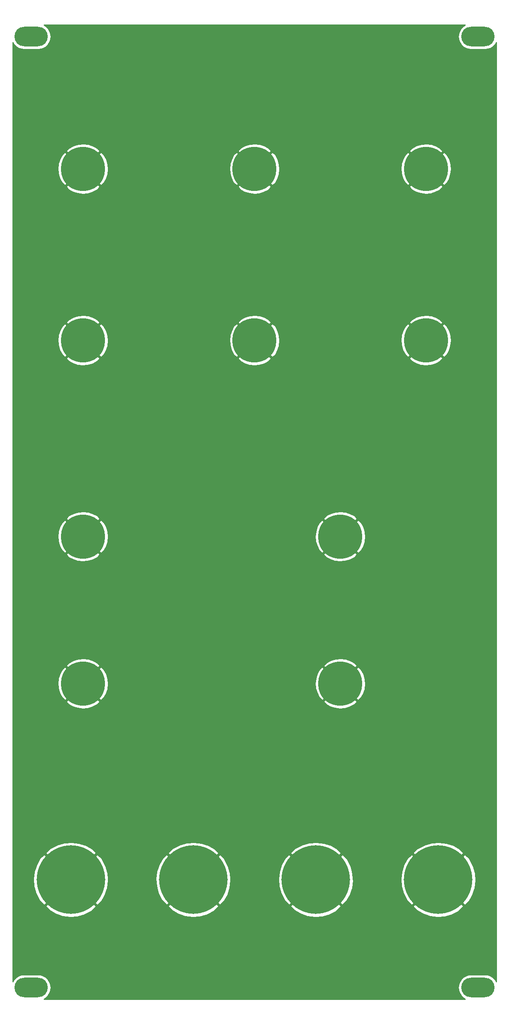
<source format=gbr>
%TF.GenerationSoftware,KiCad,Pcbnew,5.1.6-c6e7f7d~87~ubuntu20.04.1*%
%TF.CreationDate,2020-10-18T19:27:48-04:00*%
%TF.ProjectId,noisebells_panel,6e6f6973-6562-4656-9c6c-735f70616e65,rev?*%
%TF.SameCoordinates,Original*%
%TF.FileFunction,Copper,L1,Top*%
%TF.FilePolarity,Positive*%
%FSLAX46Y46*%
G04 Gerber Fmt 4.6, Leading zero omitted, Abs format (unit mm)*
G04 Created by KiCad (PCBNEW 5.1.6-c6e7f7d~87~ubuntu20.04.1) date 2020-10-18 19:27:48*
%MOMM*%
%LPD*%
G01*
G04 APERTURE LIST*
%TA.AperFunction,ComponentPad*%
%ADD10O,6.800000X4.000000*%
%TD*%
%TA.AperFunction,ComponentPad*%
%ADD11C,9.000000*%
%TD*%
%TA.AperFunction,ComponentPad*%
%ADD12C,14.000000*%
%TD*%
%TA.AperFunction,Conductor*%
%ADD13C,0.254000*%
%TD*%
G04 APERTURE END LIST*
D10*
%TO.P,REF\u002A\u002A,1*%
%TO.N,N/C*%
X145600000Y-197000000D03*
X145600000Y-3000000D03*
%TD*%
%TO.P,REF\u002A\u002A,1*%
%TO.N,N/C*%
X54400000Y-3000000D03*
X54400000Y-197000000D03*
%TD*%
D11*
%TO.P,REF\u002A\u002A,1*%
%TO.N,GND*%
X65000000Y-30000000D03*
%TD*%
%TO.P,REF\u002A\u002A,1*%
%TO.N,GND*%
X117500000Y-105000000D03*
%TD*%
%TO.P,REF\u002A\u002A,1*%
%TO.N,GND*%
X65000000Y-105000000D03*
%TD*%
%TO.P,REF\u002A\u002A,1*%
%TO.N,GND*%
X117500000Y-135000000D03*
%TD*%
%TO.P,REF\u002A\u002A,1*%
%TO.N,GND*%
X65000000Y-135000000D03*
%TD*%
%TO.P,REF\u002A\u002A,1*%
%TO.N,GND*%
X65000000Y-65000000D03*
%TD*%
%TO.P,REF\u002A\u002A,1*%
%TO.N,GND*%
X100000000Y-65000000D03*
%TD*%
%TO.P,REF\u002A\u002A,1*%
%TO.N,GND*%
X135000000Y-65000000D03*
%TD*%
%TO.P,REF\u002A\u002A,1*%
%TO.N,GND*%
X135000000Y-30000000D03*
%TD*%
%TO.P,REF\u002A\u002A,1*%
%TO.N,GND*%
X100000000Y-30000000D03*
%TD*%
D12*
%TO.P,REF\u002A\u002A,1*%
%TO.N,GND*%
X137500000Y-175000000D03*
%TD*%
%TO.P,REF\u002A\u002A,1*%
%TO.N,GND*%
X112500000Y-175000000D03*
%TD*%
%TO.P,REF\u002A\u002A,1*%
%TO.N,GND*%
X87500000Y-175000000D03*
%TD*%
%TO.P,REF\u002A\u002A,1*%
%TO.N,GND*%
X62500000Y-175000000D03*
%TD*%
D13*
%TO.N,GND*%
G36*
X142728989Y-798477D02*
G01*
X142327759Y-1127759D01*
X141998477Y-1528989D01*
X141753799Y-1986750D01*
X141603127Y-2483450D01*
X141552251Y-3000000D01*
X141603127Y-3516550D01*
X141753799Y-4013250D01*
X141998477Y-4471011D01*
X142327759Y-4872241D01*
X142728989Y-5201523D01*
X143186750Y-5446201D01*
X143683450Y-5596873D01*
X144070558Y-5635000D01*
X147129442Y-5635000D01*
X147516550Y-5596873D01*
X148013250Y-5446201D01*
X148471011Y-5201523D01*
X148872241Y-4872241D01*
X149201523Y-4471011D01*
X149340000Y-4211938D01*
X149340001Y-195788063D01*
X149201523Y-195528989D01*
X148872241Y-195127759D01*
X148471011Y-194798477D01*
X148013250Y-194553799D01*
X147516550Y-194403127D01*
X147129442Y-194365000D01*
X144070558Y-194365000D01*
X143683450Y-194403127D01*
X143186750Y-194553799D01*
X142728989Y-194798477D01*
X142327759Y-195127759D01*
X141998477Y-195528989D01*
X141753799Y-195986750D01*
X141603127Y-196483450D01*
X141552251Y-197000000D01*
X141603127Y-197516550D01*
X141753799Y-198013250D01*
X141998477Y-198471011D01*
X142327759Y-198872241D01*
X142728989Y-199201523D01*
X142988062Y-199340000D01*
X57011938Y-199340000D01*
X57271011Y-199201523D01*
X57672241Y-198872241D01*
X58001523Y-198471011D01*
X58246201Y-198013250D01*
X58396873Y-197516550D01*
X58447749Y-197000000D01*
X58396873Y-196483450D01*
X58246201Y-195986750D01*
X58001523Y-195528989D01*
X57672241Y-195127759D01*
X57271011Y-194798477D01*
X56813250Y-194553799D01*
X56316550Y-194403127D01*
X55929442Y-194365000D01*
X52870558Y-194365000D01*
X52483450Y-194403127D01*
X51986750Y-194553799D01*
X51528989Y-194798477D01*
X51127759Y-195127759D01*
X50798477Y-195528989D01*
X50660000Y-195788062D01*
X50660000Y-180401674D01*
X57277932Y-180401674D01*
X58093908Y-181280530D01*
X59403840Y-182019437D01*
X60832756Y-182488591D01*
X62325743Y-182669963D01*
X63825428Y-182556583D01*
X65274176Y-182152807D01*
X66616314Y-181474153D01*
X66906092Y-181280530D01*
X67722068Y-180401674D01*
X82277932Y-180401674D01*
X83093908Y-181280530D01*
X84403840Y-182019437D01*
X85832756Y-182488591D01*
X87325743Y-182669963D01*
X88825428Y-182556583D01*
X90274176Y-182152807D01*
X91616314Y-181474153D01*
X91906092Y-181280530D01*
X92722068Y-180401674D01*
X107277932Y-180401674D01*
X108093908Y-181280530D01*
X109403840Y-182019437D01*
X110832756Y-182488591D01*
X112325743Y-182669963D01*
X113825428Y-182556583D01*
X115274176Y-182152807D01*
X116616314Y-181474153D01*
X116906092Y-181280530D01*
X117722068Y-180401674D01*
X132277932Y-180401674D01*
X133093908Y-181280530D01*
X134403840Y-182019437D01*
X135832756Y-182488591D01*
X137325743Y-182669963D01*
X138825428Y-182556583D01*
X140274176Y-182152807D01*
X141616314Y-181474153D01*
X141906092Y-181280530D01*
X142722068Y-180401674D01*
X137500000Y-175179605D01*
X132277932Y-180401674D01*
X117722068Y-180401674D01*
X112500000Y-175179605D01*
X107277932Y-180401674D01*
X92722068Y-180401674D01*
X87500000Y-175179605D01*
X82277932Y-180401674D01*
X67722068Y-180401674D01*
X62500000Y-175179605D01*
X57277932Y-180401674D01*
X50660000Y-180401674D01*
X50660000Y-174825743D01*
X54830037Y-174825743D01*
X54943417Y-176325428D01*
X55347193Y-177774176D01*
X56025847Y-179116314D01*
X56219470Y-179406092D01*
X57098326Y-180222068D01*
X62320395Y-175000000D01*
X62679605Y-175000000D01*
X67901674Y-180222068D01*
X68780530Y-179406092D01*
X69519437Y-178096160D01*
X69988591Y-176667244D01*
X70169963Y-175174257D01*
X70143615Y-174825743D01*
X79830037Y-174825743D01*
X79943417Y-176325428D01*
X80347193Y-177774176D01*
X81025847Y-179116314D01*
X81219470Y-179406092D01*
X82098326Y-180222068D01*
X87320395Y-175000000D01*
X87679605Y-175000000D01*
X92901674Y-180222068D01*
X93780530Y-179406092D01*
X94519437Y-178096160D01*
X94988591Y-176667244D01*
X95169963Y-175174257D01*
X95143615Y-174825743D01*
X104830037Y-174825743D01*
X104943417Y-176325428D01*
X105347193Y-177774176D01*
X106025847Y-179116314D01*
X106219470Y-179406092D01*
X107098326Y-180222068D01*
X112320395Y-175000000D01*
X112679605Y-175000000D01*
X117901674Y-180222068D01*
X118780530Y-179406092D01*
X119519437Y-178096160D01*
X119988591Y-176667244D01*
X120169963Y-175174257D01*
X120143615Y-174825743D01*
X129830037Y-174825743D01*
X129943417Y-176325428D01*
X130347193Y-177774176D01*
X131025847Y-179116314D01*
X131219470Y-179406092D01*
X132098326Y-180222068D01*
X137320395Y-175000000D01*
X137679605Y-175000000D01*
X142901674Y-180222068D01*
X143780530Y-179406092D01*
X144519437Y-178096160D01*
X144988591Y-176667244D01*
X145169963Y-175174257D01*
X145056583Y-173674572D01*
X144652807Y-172225824D01*
X143974153Y-170883686D01*
X143780530Y-170593908D01*
X142901674Y-169777932D01*
X137679605Y-175000000D01*
X137320395Y-175000000D01*
X132098326Y-169777932D01*
X131219470Y-170593908D01*
X130480563Y-171903840D01*
X130011409Y-173332756D01*
X129830037Y-174825743D01*
X120143615Y-174825743D01*
X120056583Y-173674572D01*
X119652807Y-172225824D01*
X118974153Y-170883686D01*
X118780530Y-170593908D01*
X117901674Y-169777932D01*
X112679605Y-175000000D01*
X112320395Y-175000000D01*
X107098326Y-169777932D01*
X106219470Y-170593908D01*
X105480563Y-171903840D01*
X105011409Y-173332756D01*
X104830037Y-174825743D01*
X95143615Y-174825743D01*
X95056583Y-173674572D01*
X94652807Y-172225824D01*
X93974153Y-170883686D01*
X93780530Y-170593908D01*
X92901674Y-169777932D01*
X87679605Y-175000000D01*
X87320395Y-175000000D01*
X82098326Y-169777932D01*
X81219470Y-170593908D01*
X80480563Y-171903840D01*
X80011409Y-173332756D01*
X79830037Y-174825743D01*
X70143615Y-174825743D01*
X70056583Y-173674572D01*
X69652807Y-172225824D01*
X68974153Y-170883686D01*
X68780530Y-170593908D01*
X67901674Y-169777932D01*
X62679605Y-175000000D01*
X62320395Y-175000000D01*
X57098326Y-169777932D01*
X56219470Y-170593908D01*
X55480563Y-171903840D01*
X55011409Y-173332756D01*
X54830037Y-174825743D01*
X50660000Y-174825743D01*
X50660000Y-169598326D01*
X57277932Y-169598326D01*
X62500000Y-174820395D01*
X67722068Y-169598326D01*
X82277932Y-169598326D01*
X87500000Y-174820395D01*
X92722068Y-169598326D01*
X107277932Y-169598326D01*
X112500000Y-174820395D01*
X117722068Y-169598326D01*
X132277932Y-169598326D01*
X137500000Y-174820395D01*
X142722068Y-169598326D01*
X141906092Y-168719470D01*
X140596160Y-167980563D01*
X139167244Y-167511409D01*
X137674257Y-167330037D01*
X136174572Y-167443417D01*
X134725824Y-167847193D01*
X133383686Y-168525847D01*
X133093908Y-168719470D01*
X132277932Y-169598326D01*
X117722068Y-169598326D01*
X116906092Y-168719470D01*
X115596160Y-167980563D01*
X114167244Y-167511409D01*
X112674257Y-167330037D01*
X111174572Y-167443417D01*
X109725824Y-167847193D01*
X108383686Y-168525847D01*
X108093908Y-168719470D01*
X107277932Y-169598326D01*
X92722068Y-169598326D01*
X91906092Y-168719470D01*
X90596160Y-167980563D01*
X89167244Y-167511409D01*
X87674257Y-167330037D01*
X86174572Y-167443417D01*
X84725824Y-167847193D01*
X83383686Y-168525847D01*
X83093908Y-168719470D01*
X82277932Y-169598326D01*
X67722068Y-169598326D01*
X66906092Y-168719470D01*
X65596160Y-167980563D01*
X64167244Y-167511409D01*
X62674257Y-167330037D01*
X61174572Y-167443417D01*
X59725824Y-167847193D01*
X58383686Y-168525847D01*
X58093908Y-168719470D01*
X57277932Y-169598326D01*
X50660000Y-169598326D01*
X50660000Y-138624971D01*
X61554634Y-138624971D01*
X62070783Y-139247788D01*
X62955768Y-139737630D01*
X63919314Y-140045407D01*
X64924389Y-140159293D01*
X65932370Y-140074910D01*
X66904520Y-139795501D01*
X67803481Y-139331803D01*
X67929217Y-139247788D01*
X68445366Y-138624971D01*
X114054634Y-138624971D01*
X114570783Y-139247788D01*
X115455768Y-139737630D01*
X116419314Y-140045407D01*
X117424389Y-140159293D01*
X118432370Y-140074910D01*
X119404520Y-139795501D01*
X120303481Y-139331803D01*
X120429217Y-139247788D01*
X120945366Y-138624971D01*
X117500000Y-135179605D01*
X114054634Y-138624971D01*
X68445366Y-138624971D01*
X65000000Y-135179605D01*
X61554634Y-138624971D01*
X50660000Y-138624971D01*
X50660000Y-134924389D01*
X59840707Y-134924389D01*
X59925090Y-135932370D01*
X60204499Y-136904520D01*
X60668197Y-137803481D01*
X60752212Y-137929217D01*
X61375029Y-138445366D01*
X64820395Y-135000000D01*
X65179605Y-135000000D01*
X68624971Y-138445366D01*
X69247788Y-137929217D01*
X69737630Y-137044232D01*
X70045407Y-136080686D01*
X70159293Y-135075611D01*
X70146634Y-134924389D01*
X112340707Y-134924389D01*
X112425090Y-135932370D01*
X112704499Y-136904520D01*
X113168197Y-137803481D01*
X113252212Y-137929217D01*
X113875029Y-138445366D01*
X117320395Y-135000000D01*
X117679605Y-135000000D01*
X121124971Y-138445366D01*
X121747788Y-137929217D01*
X122237630Y-137044232D01*
X122545407Y-136080686D01*
X122659293Y-135075611D01*
X122574910Y-134067630D01*
X122295501Y-133095480D01*
X121831803Y-132196519D01*
X121747788Y-132070783D01*
X121124971Y-131554634D01*
X117679605Y-135000000D01*
X117320395Y-135000000D01*
X113875029Y-131554634D01*
X113252212Y-132070783D01*
X112762370Y-132955768D01*
X112454593Y-133919314D01*
X112340707Y-134924389D01*
X70146634Y-134924389D01*
X70074910Y-134067630D01*
X69795501Y-133095480D01*
X69331803Y-132196519D01*
X69247788Y-132070783D01*
X68624971Y-131554634D01*
X65179605Y-135000000D01*
X64820395Y-135000000D01*
X61375029Y-131554634D01*
X60752212Y-132070783D01*
X60262370Y-132955768D01*
X59954593Y-133919314D01*
X59840707Y-134924389D01*
X50660000Y-134924389D01*
X50660000Y-131375029D01*
X61554634Y-131375029D01*
X65000000Y-134820395D01*
X68445366Y-131375029D01*
X114054634Y-131375029D01*
X117500000Y-134820395D01*
X120945366Y-131375029D01*
X120429217Y-130752212D01*
X119544232Y-130262370D01*
X118580686Y-129954593D01*
X117575611Y-129840707D01*
X116567630Y-129925090D01*
X115595480Y-130204499D01*
X114696519Y-130668197D01*
X114570783Y-130752212D01*
X114054634Y-131375029D01*
X68445366Y-131375029D01*
X67929217Y-130752212D01*
X67044232Y-130262370D01*
X66080686Y-129954593D01*
X65075611Y-129840707D01*
X64067630Y-129925090D01*
X63095480Y-130204499D01*
X62196519Y-130668197D01*
X62070783Y-130752212D01*
X61554634Y-131375029D01*
X50660000Y-131375029D01*
X50660000Y-108624971D01*
X61554634Y-108624971D01*
X62070783Y-109247788D01*
X62955768Y-109737630D01*
X63919314Y-110045407D01*
X64924389Y-110159293D01*
X65932370Y-110074910D01*
X66904520Y-109795501D01*
X67803481Y-109331803D01*
X67929217Y-109247788D01*
X68445366Y-108624971D01*
X114054634Y-108624971D01*
X114570783Y-109247788D01*
X115455768Y-109737630D01*
X116419314Y-110045407D01*
X117424389Y-110159293D01*
X118432370Y-110074910D01*
X119404520Y-109795501D01*
X120303481Y-109331803D01*
X120429217Y-109247788D01*
X120945366Y-108624971D01*
X117500000Y-105179605D01*
X114054634Y-108624971D01*
X68445366Y-108624971D01*
X65000000Y-105179605D01*
X61554634Y-108624971D01*
X50660000Y-108624971D01*
X50660000Y-104924389D01*
X59840707Y-104924389D01*
X59925090Y-105932370D01*
X60204499Y-106904520D01*
X60668197Y-107803481D01*
X60752212Y-107929217D01*
X61375029Y-108445366D01*
X64820395Y-105000000D01*
X65179605Y-105000000D01*
X68624971Y-108445366D01*
X69247788Y-107929217D01*
X69737630Y-107044232D01*
X70045407Y-106080686D01*
X70159293Y-105075611D01*
X70146634Y-104924389D01*
X112340707Y-104924389D01*
X112425090Y-105932370D01*
X112704499Y-106904520D01*
X113168197Y-107803481D01*
X113252212Y-107929217D01*
X113875029Y-108445366D01*
X117320395Y-105000000D01*
X117679605Y-105000000D01*
X121124971Y-108445366D01*
X121747788Y-107929217D01*
X122237630Y-107044232D01*
X122545407Y-106080686D01*
X122659293Y-105075611D01*
X122574910Y-104067630D01*
X122295501Y-103095480D01*
X121831803Y-102196519D01*
X121747788Y-102070783D01*
X121124971Y-101554634D01*
X117679605Y-105000000D01*
X117320395Y-105000000D01*
X113875029Y-101554634D01*
X113252212Y-102070783D01*
X112762370Y-102955768D01*
X112454593Y-103919314D01*
X112340707Y-104924389D01*
X70146634Y-104924389D01*
X70074910Y-104067630D01*
X69795501Y-103095480D01*
X69331803Y-102196519D01*
X69247788Y-102070783D01*
X68624971Y-101554634D01*
X65179605Y-105000000D01*
X64820395Y-105000000D01*
X61375029Y-101554634D01*
X60752212Y-102070783D01*
X60262370Y-102955768D01*
X59954593Y-103919314D01*
X59840707Y-104924389D01*
X50660000Y-104924389D01*
X50660000Y-101375029D01*
X61554634Y-101375029D01*
X65000000Y-104820395D01*
X68445366Y-101375029D01*
X114054634Y-101375029D01*
X117500000Y-104820395D01*
X120945366Y-101375029D01*
X120429217Y-100752212D01*
X119544232Y-100262370D01*
X118580686Y-99954593D01*
X117575611Y-99840707D01*
X116567630Y-99925090D01*
X115595480Y-100204499D01*
X114696519Y-100668197D01*
X114570783Y-100752212D01*
X114054634Y-101375029D01*
X68445366Y-101375029D01*
X67929217Y-100752212D01*
X67044232Y-100262370D01*
X66080686Y-99954593D01*
X65075611Y-99840707D01*
X64067630Y-99925090D01*
X63095480Y-100204499D01*
X62196519Y-100668197D01*
X62070783Y-100752212D01*
X61554634Y-101375029D01*
X50660000Y-101375029D01*
X50660000Y-68624971D01*
X61554634Y-68624971D01*
X62070783Y-69247788D01*
X62955768Y-69737630D01*
X63919314Y-70045407D01*
X64924389Y-70159293D01*
X65932370Y-70074910D01*
X66904520Y-69795501D01*
X67803481Y-69331803D01*
X67929217Y-69247788D01*
X68445366Y-68624971D01*
X96554634Y-68624971D01*
X97070783Y-69247788D01*
X97955768Y-69737630D01*
X98919314Y-70045407D01*
X99924389Y-70159293D01*
X100932370Y-70074910D01*
X101904520Y-69795501D01*
X102803481Y-69331803D01*
X102929217Y-69247788D01*
X103445366Y-68624971D01*
X131554634Y-68624971D01*
X132070783Y-69247788D01*
X132955768Y-69737630D01*
X133919314Y-70045407D01*
X134924389Y-70159293D01*
X135932370Y-70074910D01*
X136904520Y-69795501D01*
X137803481Y-69331803D01*
X137929217Y-69247788D01*
X138445366Y-68624971D01*
X135000000Y-65179605D01*
X131554634Y-68624971D01*
X103445366Y-68624971D01*
X100000000Y-65179605D01*
X96554634Y-68624971D01*
X68445366Y-68624971D01*
X65000000Y-65179605D01*
X61554634Y-68624971D01*
X50660000Y-68624971D01*
X50660000Y-64924389D01*
X59840707Y-64924389D01*
X59925090Y-65932370D01*
X60204499Y-66904520D01*
X60668197Y-67803481D01*
X60752212Y-67929217D01*
X61375029Y-68445366D01*
X64820395Y-65000000D01*
X65179605Y-65000000D01*
X68624971Y-68445366D01*
X69247788Y-67929217D01*
X69737630Y-67044232D01*
X70045407Y-66080686D01*
X70159293Y-65075611D01*
X70146634Y-64924389D01*
X94840707Y-64924389D01*
X94925090Y-65932370D01*
X95204499Y-66904520D01*
X95668197Y-67803481D01*
X95752212Y-67929217D01*
X96375029Y-68445366D01*
X99820395Y-65000000D01*
X100179605Y-65000000D01*
X103624971Y-68445366D01*
X104247788Y-67929217D01*
X104737630Y-67044232D01*
X105045407Y-66080686D01*
X105159293Y-65075611D01*
X105146634Y-64924389D01*
X129840707Y-64924389D01*
X129925090Y-65932370D01*
X130204499Y-66904520D01*
X130668197Y-67803481D01*
X130752212Y-67929217D01*
X131375029Y-68445366D01*
X134820395Y-65000000D01*
X135179605Y-65000000D01*
X138624971Y-68445366D01*
X139247788Y-67929217D01*
X139737630Y-67044232D01*
X140045407Y-66080686D01*
X140159293Y-65075611D01*
X140074910Y-64067630D01*
X139795501Y-63095480D01*
X139331803Y-62196519D01*
X139247788Y-62070783D01*
X138624971Y-61554634D01*
X135179605Y-65000000D01*
X134820395Y-65000000D01*
X131375029Y-61554634D01*
X130752212Y-62070783D01*
X130262370Y-62955768D01*
X129954593Y-63919314D01*
X129840707Y-64924389D01*
X105146634Y-64924389D01*
X105074910Y-64067630D01*
X104795501Y-63095480D01*
X104331803Y-62196519D01*
X104247788Y-62070783D01*
X103624971Y-61554634D01*
X100179605Y-65000000D01*
X99820395Y-65000000D01*
X96375029Y-61554634D01*
X95752212Y-62070783D01*
X95262370Y-62955768D01*
X94954593Y-63919314D01*
X94840707Y-64924389D01*
X70146634Y-64924389D01*
X70074910Y-64067630D01*
X69795501Y-63095480D01*
X69331803Y-62196519D01*
X69247788Y-62070783D01*
X68624971Y-61554634D01*
X65179605Y-65000000D01*
X64820395Y-65000000D01*
X61375029Y-61554634D01*
X60752212Y-62070783D01*
X60262370Y-62955768D01*
X59954593Y-63919314D01*
X59840707Y-64924389D01*
X50660000Y-64924389D01*
X50660000Y-61375029D01*
X61554634Y-61375029D01*
X65000000Y-64820395D01*
X68445366Y-61375029D01*
X96554634Y-61375029D01*
X100000000Y-64820395D01*
X103445366Y-61375029D01*
X131554634Y-61375029D01*
X135000000Y-64820395D01*
X138445366Y-61375029D01*
X137929217Y-60752212D01*
X137044232Y-60262370D01*
X136080686Y-59954593D01*
X135075611Y-59840707D01*
X134067630Y-59925090D01*
X133095480Y-60204499D01*
X132196519Y-60668197D01*
X132070783Y-60752212D01*
X131554634Y-61375029D01*
X103445366Y-61375029D01*
X102929217Y-60752212D01*
X102044232Y-60262370D01*
X101080686Y-59954593D01*
X100075611Y-59840707D01*
X99067630Y-59925090D01*
X98095480Y-60204499D01*
X97196519Y-60668197D01*
X97070783Y-60752212D01*
X96554634Y-61375029D01*
X68445366Y-61375029D01*
X67929217Y-60752212D01*
X67044232Y-60262370D01*
X66080686Y-59954593D01*
X65075611Y-59840707D01*
X64067630Y-59925090D01*
X63095480Y-60204499D01*
X62196519Y-60668197D01*
X62070783Y-60752212D01*
X61554634Y-61375029D01*
X50660000Y-61375029D01*
X50660000Y-33624971D01*
X61554634Y-33624971D01*
X62070783Y-34247788D01*
X62955768Y-34737630D01*
X63919314Y-35045407D01*
X64924389Y-35159293D01*
X65932370Y-35074910D01*
X66904520Y-34795501D01*
X67803481Y-34331803D01*
X67929217Y-34247788D01*
X68445366Y-33624971D01*
X96554634Y-33624971D01*
X97070783Y-34247788D01*
X97955768Y-34737630D01*
X98919314Y-35045407D01*
X99924389Y-35159293D01*
X100932370Y-35074910D01*
X101904520Y-34795501D01*
X102803481Y-34331803D01*
X102929217Y-34247788D01*
X103445366Y-33624971D01*
X131554634Y-33624971D01*
X132070783Y-34247788D01*
X132955768Y-34737630D01*
X133919314Y-35045407D01*
X134924389Y-35159293D01*
X135932370Y-35074910D01*
X136904520Y-34795501D01*
X137803481Y-34331803D01*
X137929217Y-34247788D01*
X138445366Y-33624971D01*
X135000000Y-30179605D01*
X131554634Y-33624971D01*
X103445366Y-33624971D01*
X100000000Y-30179605D01*
X96554634Y-33624971D01*
X68445366Y-33624971D01*
X65000000Y-30179605D01*
X61554634Y-33624971D01*
X50660000Y-33624971D01*
X50660000Y-29924389D01*
X59840707Y-29924389D01*
X59925090Y-30932370D01*
X60204499Y-31904520D01*
X60668197Y-32803481D01*
X60752212Y-32929217D01*
X61375029Y-33445366D01*
X64820395Y-30000000D01*
X65179605Y-30000000D01*
X68624971Y-33445366D01*
X69247788Y-32929217D01*
X69737630Y-32044232D01*
X70045407Y-31080686D01*
X70159293Y-30075611D01*
X70146634Y-29924389D01*
X94840707Y-29924389D01*
X94925090Y-30932370D01*
X95204499Y-31904520D01*
X95668197Y-32803481D01*
X95752212Y-32929217D01*
X96375029Y-33445366D01*
X99820395Y-30000000D01*
X100179605Y-30000000D01*
X103624971Y-33445366D01*
X104247788Y-32929217D01*
X104737630Y-32044232D01*
X105045407Y-31080686D01*
X105159293Y-30075611D01*
X105146634Y-29924389D01*
X129840707Y-29924389D01*
X129925090Y-30932370D01*
X130204499Y-31904520D01*
X130668197Y-32803481D01*
X130752212Y-32929217D01*
X131375029Y-33445366D01*
X134820395Y-30000000D01*
X135179605Y-30000000D01*
X138624971Y-33445366D01*
X139247788Y-32929217D01*
X139737630Y-32044232D01*
X140045407Y-31080686D01*
X140159293Y-30075611D01*
X140074910Y-29067630D01*
X139795501Y-28095480D01*
X139331803Y-27196519D01*
X139247788Y-27070783D01*
X138624971Y-26554634D01*
X135179605Y-30000000D01*
X134820395Y-30000000D01*
X131375029Y-26554634D01*
X130752212Y-27070783D01*
X130262370Y-27955768D01*
X129954593Y-28919314D01*
X129840707Y-29924389D01*
X105146634Y-29924389D01*
X105074910Y-29067630D01*
X104795501Y-28095480D01*
X104331803Y-27196519D01*
X104247788Y-27070783D01*
X103624971Y-26554634D01*
X100179605Y-30000000D01*
X99820395Y-30000000D01*
X96375029Y-26554634D01*
X95752212Y-27070783D01*
X95262370Y-27955768D01*
X94954593Y-28919314D01*
X94840707Y-29924389D01*
X70146634Y-29924389D01*
X70074910Y-29067630D01*
X69795501Y-28095480D01*
X69331803Y-27196519D01*
X69247788Y-27070783D01*
X68624971Y-26554634D01*
X65179605Y-30000000D01*
X64820395Y-30000000D01*
X61375029Y-26554634D01*
X60752212Y-27070783D01*
X60262370Y-27955768D01*
X59954593Y-28919314D01*
X59840707Y-29924389D01*
X50660000Y-29924389D01*
X50660000Y-26375029D01*
X61554634Y-26375029D01*
X65000000Y-29820395D01*
X68445366Y-26375029D01*
X96554634Y-26375029D01*
X100000000Y-29820395D01*
X103445366Y-26375029D01*
X131554634Y-26375029D01*
X135000000Y-29820395D01*
X138445366Y-26375029D01*
X137929217Y-25752212D01*
X137044232Y-25262370D01*
X136080686Y-24954593D01*
X135075611Y-24840707D01*
X134067630Y-24925090D01*
X133095480Y-25204499D01*
X132196519Y-25668197D01*
X132070783Y-25752212D01*
X131554634Y-26375029D01*
X103445366Y-26375029D01*
X102929217Y-25752212D01*
X102044232Y-25262370D01*
X101080686Y-24954593D01*
X100075611Y-24840707D01*
X99067630Y-24925090D01*
X98095480Y-25204499D01*
X97196519Y-25668197D01*
X97070783Y-25752212D01*
X96554634Y-26375029D01*
X68445366Y-26375029D01*
X67929217Y-25752212D01*
X67044232Y-25262370D01*
X66080686Y-24954593D01*
X65075611Y-24840707D01*
X64067630Y-24925090D01*
X63095480Y-25204499D01*
X62196519Y-25668197D01*
X62070783Y-25752212D01*
X61554634Y-26375029D01*
X50660000Y-26375029D01*
X50660000Y-4211938D01*
X50798477Y-4471011D01*
X51127759Y-4872241D01*
X51528989Y-5201523D01*
X51986750Y-5446201D01*
X52483450Y-5596873D01*
X52870558Y-5635000D01*
X55929442Y-5635000D01*
X56316550Y-5596873D01*
X56813250Y-5446201D01*
X57271011Y-5201523D01*
X57672241Y-4872241D01*
X58001523Y-4471011D01*
X58246201Y-4013250D01*
X58396873Y-3516550D01*
X58447749Y-3000000D01*
X58396873Y-2483450D01*
X58246201Y-1986750D01*
X58001523Y-1528989D01*
X57672241Y-1127759D01*
X57271011Y-798477D01*
X57011938Y-660000D01*
X142988062Y-660000D01*
X142728989Y-798477D01*
G37*
X142728989Y-798477D02*
X142327759Y-1127759D01*
X141998477Y-1528989D01*
X141753799Y-1986750D01*
X141603127Y-2483450D01*
X141552251Y-3000000D01*
X141603127Y-3516550D01*
X141753799Y-4013250D01*
X141998477Y-4471011D01*
X142327759Y-4872241D01*
X142728989Y-5201523D01*
X143186750Y-5446201D01*
X143683450Y-5596873D01*
X144070558Y-5635000D01*
X147129442Y-5635000D01*
X147516550Y-5596873D01*
X148013250Y-5446201D01*
X148471011Y-5201523D01*
X148872241Y-4872241D01*
X149201523Y-4471011D01*
X149340000Y-4211938D01*
X149340001Y-195788063D01*
X149201523Y-195528989D01*
X148872241Y-195127759D01*
X148471011Y-194798477D01*
X148013250Y-194553799D01*
X147516550Y-194403127D01*
X147129442Y-194365000D01*
X144070558Y-194365000D01*
X143683450Y-194403127D01*
X143186750Y-194553799D01*
X142728989Y-194798477D01*
X142327759Y-195127759D01*
X141998477Y-195528989D01*
X141753799Y-195986750D01*
X141603127Y-196483450D01*
X141552251Y-197000000D01*
X141603127Y-197516550D01*
X141753799Y-198013250D01*
X141998477Y-198471011D01*
X142327759Y-198872241D01*
X142728989Y-199201523D01*
X142988062Y-199340000D01*
X57011938Y-199340000D01*
X57271011Y-199201523D01*
X57672241Y-198872241D01*
X58001523Y-198471011D01*
X58246201Y-198013250D01*
X58396873Y-197516550D01*
X58447749Y-197000000D01*
X58396873Y-196483450D01*
X58246201Y-195986750D01*
X58001523Y-195528989D01*
X57672241Y-195127759D01*
X57271011Y-194798477D01*
X56813250Y-194553799D01*
X56316550Y-194403127D01*
X55929442Y-194365000D01*
X52870558Y-194365000D01*
X52483450Y-194403127D01*
X51986750Y-194553799D01*
X51528989Y-194798477D01*
X51127759Y-195127759D01*
X50798477Y-195528989D01*
X50660000Y-195788062D01*
X50660000Y-180401674D01*
X57277932Y-180401674D01*
X58093908Y-181280530D01*
X59403840Y-182019437D01*
X60832756Y-182488591D01*
X62325743Y-182669963D01*
X63825428Y-182556583D01*
X65274176Y-182152807D01*
X66616314Y-181474153D01*
X66906092Y-181280530D01*
X67722068Y-180401674D01*
X82277932Y-180401674D01*
X83093908Y-181280530D01*
X84403840Y-182019437D01*
X85832756Y-182488591D01*
X87325743Y-182669963D01*
X88825428Y-182556583D01*
X90274176Y-182152807D01*
X91616314Y-181474153D01*
X91906092Y-181280530D01*
X92722068Y-180401674D01*
X107277932Y-180401674D01*
X108093908Y-181280530D01*
X109403840Y-182019437D01*
X110832756Y-182488591D01*
X112325743Y-182669963D01*
X113825428Y-182556583D01*
X115274176Y-182152807D01*
X116616314Y-181474153D01*
X116906092Y-181280530D01*
X117722068Y-180401674D01*
X132277932Y-180401674D01*
X133093908Y-181280530D01*
X134403840Y-182019437D01*
X135832756Y-182488591D01*
X137325743Y-182669963D01*
X138825428Y-182556583D01*
X140274176Y-182152807D01*
X141616314Y-181474153D01*
X141906092Y-181280530D01*
X142722068Y-180401674D01*
X137500000Y-175179605D01*
X132277932Y-180401674D01*
X117722068Y-180401674D01*
X112500000Y-175179605D01*
X107277932Y-180401674D01*
X92722068Y-180401674D01*
X87500000Y-175179605D01*
X82277932Y-180401674D01*
X67722068Y-180401674D01*
X62500000Y-175179605D01*
X57277932Y-180401674D01*
X50660000Y-180401674D01*
X50660000Y-174825743D01*
X54830037Y-174825743D01*
X54943417Y-176325428D01*
X55347193Y-177774176D01*
X56025847Y-179116314D01*
X56219470Y-179406092D01*
X57098326Y-180222068D01*
X62320395Y-175000000D01*
X62679605Y-175000000D01*
X67901674Y-180222068D01*
X68780530Y-179406092D01*
X69519437Y-178096160D01*
X69988591Y-176667244D01*
X70169963Y-175174257D01*
X70143615Y-174825743D01*
X79830037Y-174825743D01*
X79943417Y-176325428D01*
X80347193Y-177774176D01*
X81025847Y-179116314D01*
X81219470Y-179406092D01*
X82098326Y-180222068D01*
X87320395Y-175000000D01*
X87679605Y-175000000D01*
X92901674Y-180222068D01*
X93780530Y-179406092D01*
X94519437Y-178096160D01*
X94988591Y-176667244D01*
X95169963Y-175174257D01*
X95143615Y-174825743D01*
X104830037Y-174825743D01*
X104943417Y-176325428D01*
X105347193Y-177774176D01*
X106025847Y-179116314D01*
X106219470Y-179406092D01*
X107098326Y-180222068D01*
X112320395Y-175000000D01*
X112679605Y-175000000D01*
X117901674Y-180222068D01*
X118780530Y-179406092D01*
X119519437Y-178096160D01*
X119988591Y-176667244D01*
X120169963Y-175174257D01*
X120143615Y-174825743D01*
X129830037Y-174825743D01*
X129943417Y-176325428D01*
X130347193Y-177774176D01*
X131025847Y-179116314D01*
X131219470Y-179406092D01*
X132098326Y-180222068D01*
X137320395Y-175000000D01*
X137679605Y-175000000D01*
X142901674Y-180222068D01*
X143780530Y-179406092D01*
X144519437Y-178096160D01*
X144988591Y-176667244D01*
X145169963Y-175174257D01*
X145056583Y-173674572D01*
X144652807Y-172225824D01*
X143974153Y-170883686D01*
X143780530Y-170593908D01*
X142901674Y-169777932D01*
X137679605Y-175000000D01*
X137320395Y-175000000D01*
X132098326Y-169777932D01*
X131219470Y-170593908D01*
X130480563Y-171903840D01*
X130011409Y-173332756D01*
X129830037Y-174825743D01*
X120143615Y-174825743D01*
X120056583Y-173674572D01*
X119652807Y-172225824D01*
X118974153Y-170883686D01*
X118780530Y-170593908D01*
X117901674Y-169777932D01*
X112679605Y-175000000D01*
X112320395Y-175000000D01*
X107098326Y-169777932D01*
X106219470Y-170593908D01*
X105480563Y-171903840D01*
X105011409Y-173332756D01*
X104830037Y-174825743D01*
X95143615Y-174825743D01*
X95056583Y-173674572D01*
X94652807Y-172225824D01*
X93974153Y-170883686D01*
X93780530Y-170593908D01*
X92901674Y-169777932D01*
X87679605Y-175000000D01*
X87320395Y-175000000D01*
X82098326Y-169777932D01*
X81219470Y-170593908D01*
X80480563Y-171903840D01*
X80011409Y-173332756D01*
X79830037Y-174825743D01*
X70143615Y-174825743D01*
X70056583Y-173674572D01*
X69652807Y-172225824D01*
X68974153Y-170883686D01*
X68780530Y-170593908D01*
X67901674Y-169777932D01*
X62679605Y-175000000D01*
X62320395Y-175000000D01*
X57098326Y-169777932D01*
X56219470Y-170593908D01*
X55480563Y-171903840D01*
X55011409Y-173332756D01*
X54830037Y-174825743D01*
X50660000Y-174825743D01*
X50660000Y-169598326D01*
X57277932Y-169598326D01*
X62500000Y-174820395D01*
X67722068Y-169598326D01*
X82277932Y-169598326D01*
X87500000Y-174820395D01*
X92722068Y-169598326D01*
X107277932Y-169598326D01*
X112500000Y-174820395D01*
X117722068Y-169598326D01*
X132277932Y-169598326D01*
X137500000Y-174820395D01*
X142722068Y-169598326D01*
X141906092Y-168719470D01*
X140596160Y-167980563D01*
X139167244Y-167511409D01*
X137674257Y-167330037D01*
X136174572Y-167443417D01*
X134725824Y-167847193D01*
X133383686Y-168525847D01*
X133093908Y-168719470D01*
X132277932Y-169598326D01*
X117722068Y-169598326D01*
X116906092Y-168719470D01*
X115596160Y-167980563D01*
X114167244Y-167511409D01*
X112674257Y-167330037D01*
X111174572Y-167443417D01*
X109725824Y-167847193D01*
X108383686Y-168525847D01*
X108093908Y-168719470D01*
X107277932Y-169598326D01*
X92722068Y-169598326D01*
X91906092Y-168719470D01*
X90596160Y-167980563D01*
X89167244Y-167511409D01*
X87674257Y-167330037D01*
X86174572Y-167443417D01*
X84725824Y-167847193D01*
X83383686Y-168525847D01*
X83093908Y-168719470D01*
X82277932Y-169598326D01*
X67722068Y-169598326D01*
X66906092Y-168719470D01*
X65596160Y-167980563D01*
X64167244Y-167511409D01*
X62674257Y-167330037D01*
X61174572Y-167443417D01*
X59725824Y-167847193D01*
X58383686Y-168525847D01*
X58093908Y-168719470D01*
X57277932Y-169598326D01*
X50660000Y-169598326D01*
X50660000Y-138624971D01*
X61554634Y-138624971D01*
X62070783Y-139247788D01*
X62955768Y-139737630D01*
X63919314Y-140045407D01*
X64924389Y-140159293D01*
X65932370Y-140074910D01*
X66904520Y-139795501D01*
X67803481Y-139331803D01*
X67929217Y-139247788D01*
X68445366Y-138624971D01*
X114054634Y-138624971D01*
X114570783Y-139247788D01*
X115455768Y-139737630D01*
X116419314Y-140045407D01*
X117424389Y-140159293D01*
X118432370Y-140074910D01*
X119404520Y-139795501D01*
X120303481Y-139331803D01*
X120429217Y-139247788D01*
X120945366Y-138624971D01*
X117500000Y-135179605D01*
X114054634Y-138624971D01*
X68445366Y-138624971D01*
X65000000Y-135179605D01*
X61554634Y-138624971D01*
X50660000Y-138624971D01*
X50660000Y-134924389D01*
X59840707Y-134924389D01*
X59925090Y-135932370D01*
X60204499Y-136904520D01*
X60668197Y-137803481D01*
X60752212Y-137929217D01*
X61375029Y-138445366D01*
X64820395Y-135000000D01*
X65179605Y-135000000D01*
X68624971Y-138445366D01*
X69247788Y-137929217D01*
X69737630Y-137044232D01*
X70045407Y-136080686D01*
X70159293Y-135075611D01*
X70146634Y-134924389D01*
X112340707Y-134924389D01*
X112425090Y-135932370D01*
X112704499Y-136904520D01*
X113168197Y-137803481D01*
X113252212Y-137929217D01*
X113875029Y-138445366D01*
X117320395Y-135000000D01*
X117679605Y-135000000D01*
X121124971Y-138445366D01*
X121747788Y-137929217D01*
X122237630Y-137044232D01*
X122545407Y-136080686D01*
X122659293Y-135075611D01*
X122574910Y-134067630D01*
X122295501Y-133095480D01*
X121831803Y-132196519D01*
X121747788Y-132070783D01*
X121124971Y-131554634D01*
X117679605Y-135000000D01*
X117320395Y-135000000D01*
X113875029Y-131554634D01*
X113252212Y-132070783D01*
X112762370Y-132955768D01*
X112454593Y-133919314D01*
X112340707Y-134924389D01*
X70146634Y-134924389D01*
X70074910Y-134067630D01*
X69795501Y-133095480D01*
X69331803Y-132196519D01*
X69247788Y-132070783D01*
X68624971Y-131554634D01*
X65179605Y-135000000D01*
X64820395Y-135000000D01*
X61375029Y-131554634D01*
X60752212Y-132070783D01*
X60262370Y-132955768D01*
X59954593Y-133919314D01*
X59840707Y-134924389D01*
X50660000Y-134924389D01*
X50660000Y-131375029D01*
X61554634Y-131375029D01*
X65000000Y-134820395D01*
X68445366Y-131375029D01*
X114054634Y-131375029D01*
X117500000Y-134820395D01*
X120945366Y-131375029D01*
X120429217Y-130752212D01*
X119544232Y-130262370D01*
X118580686Y-129954593D01*
X117575611Y-129840707D01*
X116567630Y-129925090D01*
X115595480Y-130204499D01*
X114696519Y-130668197D01*
X114570783Y-130752212D01*
X114054634Y-131375029D01*
X68445366Y-131375029D01*
X67929217Y-130752212D01*
X67044232Y-130262370D01*
X66080686Y-129954593D01*
X65075611Y-129840707D01*
X64067630Y-129925090D01*
X63095480Y-130204499D01*
X62196519Y-130668197D01*
X62070783Y-130752212D01*
X61554634Y-131375029D01*
X50660000Y-131375029D01*
X50660000Y-108624971D01*
X61554634Y-108624971D01*
X62070783Y-109247788D01*
X62955768Y-109737630D01*
X63919314Y-110045407D01*
X64924389Y-110159293D01*
X65932370Y-110074910D01*
X66904520Y-109795501D01*
X67803481Y-109331803D01*
X67929217Y-109247788D01*
X68445366Y-108624971D01*
X114054634Y-108624971D01*
X114570783Y-109247788D01*
X115455768Y-109737630D01*
X116419314Y-110045407D01*
X117424389Y-110159293D01*
X118432370Y-110074910D01*
X119404520Y-109795501D01*
X120303481Y-109331803D01*
X120429217Y-109247788D01*
X120945366Y-108624971D01*
X117500000Y-105179605D01*
X114054634Y-108624971D01*
X68445366Y-108624971D01*
X65000000Y-105179605D01*
X61554634Y-108624971D01*
X50660000Y-108624971D01*
X50660000Y-104924389D01*
X59840707Y-104924389D01*
X59925090Y-105932370D01*
X60204499Y-106904520D01*
X60668197Y-107803481D01*
X60752212Y-107929217D01*
X61375029Y-108445366D01*
X64820395Y-105000000D01*
X65179605Y-105000000D01*
X68624971Y-108445366D01*
X69247788Y-107929217D01*
X69737630Y-107044232D01*
X70045407Y-106080686D01*
X70159293Y-105075611D01*
X70146634Y-104924389D01*
X112340707Y-104924389D01*
X112425090Y-105932370D01*
X112704499Y-106904520D01*
X113168197Y-107803481D01*
X113252212Y-107929217D01*
X113875029Y-108445366D01*
X117320395Y-105000000D01*
X117679605Y-105000000D01*
X121124971Y-108445366D01*
X121747788Y-107929217D01*
X122237630Y-107044232D01*
X122545407Y-106080686D01*
X122659293Y-105075611D01*
X122574910Y-104067630D01*
X122295501Y-103095480D01*
X121831803Y-102196519D01*
X121747788Y-102070783D01*
X121124971Y-101554634D01*
X117679605Y-105000000D01*
X117320395Y-105000000D01*
X113875029Y-101554634D01*
X113252212Y-102070783D01*
X112762370Y-102955768D01*
X112454593Y-103919314D01*
X112340707Y-104924389D01*
X70146634Y-104924389D01*
X70074910Y-104067630D01*
X69795501Y-103095480D01*
X69331803Y-102196519D01*
X69247788Y-102070783D01*
X68624971Y-101554634D01*
X65179605Y-105000000D01*
X64820395Y-105000000D01*
X61375029Y-101554634D01*
X60752212Y-102070783D01*
X60262370Y-102955768D01*
X59954593Y-103919314D01*
X59840707Y-104924389D01*
X50660000Y-104924389D01*
X50660000Y-101375029D01*
X61554634Y-101375029D01*
X65000000Y-104820395D01*
X68445366Y-101375029D01*
X114054634Y-101375029D01*
X117500000Y-104820395D01*
X120945366Y-101375029D01*
X120429217Y-100752212D01*
X119544232Y-100262370D01*
X118580686Y-99954593D01*
X117575611Y-99840707D01*
X116567630Y-99925090D01*
X115595480Y-100204499D01*
X114696519Y-100668197D01*
X114570783Y-100752212D01*
X114054634Y-101375029D01*
X68445366Y-101375029D01*
X67929217Y-100752212D01*
X67044232Y-100262370D01*
X66080686Y-99954593D01*
X65075611Y-99840707D01*
X64067630Y-99925090D01*
X63095480Y-100204499D01*
X62196519Y-100668197D01*
X62070783Y-100752212D01*
X61554634Y-101375029D01*
X50660000Y-101375029D01*
X50660000Y-68624971D01*
X61554634Y-68624971D01*
X62070783Y-69247788D01*
X62955768Y-69737630D01*
X63919314Y-70045407D01*
X64924389Y-70159293D01*
X65932370Y-70074910D01*
X66904520Y-69795501D01*
X67803481Y-69331803D01*
X67929217Y-69247788D01*
X68445366Y-68624971D01*
X96554634Y-68624971D01*
X97070783Y-69247788D01*
X97955768Y-69737630D01*
X98919314Y-70045407D01*
X99924389Y-70159293D01*
X100932370Y-70074910D01*
X101904520Y-69795501D01*
X102803481Y-69331803D01*
X102929217Y-69247788D01*
X103445366Y-68624971D01*
X131554634Y-68624971D01*
X132070783Y-69247788D01*
X132955768Y-69737630D01*
X133919314Y-70045407D01*
X134924389Y-70159293D01*
X135932370Y-70074910D01*
X136904520Y-69795501D01*
X137803481Y-69331803D01*
X137929217Y-69247788D01*
X138445366Y-68624971D01*
X135000000Y-65179605D01*
X131554634Y-68624971D01*
X103445366Y-68624971D01*
X100000000Y-65179605D01*
X96554634Y-68624971D01*
X68445366Y-68624971D01*
X65000000Y-65179605D01*
X61554634Y-68624971D01*
X50660000Y-68624971D01*
X50660000Y-64924389D01*
X59840707Y-64924389D01*
X59925090Y-65932370D01*
X60204499Y-66904520D01*
X60668197Y-67803481D01*
X60752212Y-67929217D01*
X61375029Y-68445366D01*
X64820395Y-65000000D01*
X65179605Y-65000000D01*
X68624971Y-68445366D01*
X69247788Y-67929217D01*
X69737630Y-67044232D01*
X70045407Y-66080686D01*
X70159293Y-65075611D01*
X70146634Y-64924389D01*
X94840707Y-64924389D01*
X94925090Y-65932370D01*
X95204499Y-66904520D01*
X95668197Y-67803481D01*
X95752212Y-67929217D01*
X96375029Y-68445366D01*
X99820395Y-65000000D01*
X100179605Y-65000000D01*
X103624971Y-68445366D01*
X104247788Y-67929217D01*
X104737630Y-67044232D01*
X105045407Y-66080686D01*
X105159293Y-65075611D01*
X105146634Y-64924389D01*
X129840707Y-64924389D01*
X129925090Y-65932370D01*
X130204499Y-66904520D01*
X130668197Y-67803481D01*
X130752212Y-67929217D01*
X131375029Y-68445366D01*
X134820395Y-65000000D01*
X135179605Y-65000000D01*
X138624971Y-68445366D01*
X139247788Y-67929217D01*
X139737630Y-67044232D01*
X140045407Y-66080686D01*
X140159293Y-65075611D01*
X140074910Y-64067630D01*
X139795501Y-63095480D01*
X139331803Y-62196519D01*
X139247788Y-62070783D01*
X138624971Y-61554634D01*
X135179605Y-65000000D01*
X134820395Y-65000000D01*
X131375029Y-61554634D01*
X130752212Y-62070783D01*
X130262370Y-62955768D01*
X129954593Y-63919314D01*
X129840707Y-64924389D01*
X105146634Y-64924389D01*
X105074910Y-64067630D01*
X104795501Y-63095480D01*
X104331803Y-62196519D01*
X104247788Y-62070783D01*
X103624971Y-61554634D01*
X100179605Y-65000000D01*
X99820395Y-65000000D01*
X96375029Y-61554634D01*
X95752212Y-62070783D01*
X95262370Y-62955768D01*
X94954593Y-63919314D01*
X94840707Y-64924389D01*
X70146634Y-64924389D01*
X70074910Y-64067630D01*
X69795501Y-63095480D01*
X69331803Y-62196519D01*
X69247788Y-62070783D01*
X68624971Y-61554634D01*
X65179605Y-65000000D01*
X64820395Y-65000000D01*
X61375029Y-61554634D01*
X60752212Y-62070783D01*
X60262370Y-62955768D01*
X59954593Y-63919314D01*
X59840707Y-64924389D01*
X50660000Y-64924389D01*
X50660000Y-61375029D01*
X61554634Y-61375029D01*
X65000000Y-64820395D01*
X68445366Y-61375029D01*
X96554634Y-61375029D01*
X100000000Y-64820395D01*
X103445366Y-61375029D01*
X131554634Y-61375029D01*
X135000000Y-64820395D01*
X138445366Y-61375029D01*
X137929217Y-60752212D01*
X137044232Y-60262370D01*
X136080686Y-59954593D01*
X135075611Y-59840707D01*
X134067630Y-59925090D01*
X133095480Y-60204499D01*
X132196519Y-60668197D01*
X132070783Y-60752212D01*
X131554634Y-61375029D01*
X103445366Y-61375029D01*
X102929217Y-60752212D01*
X102044232Y-60262370D01*
X101080686Y-59954593D01*
X100075611Y-59840707D01*
X99067630Y-59925090D01*
X98095480Y-60204499D01*
X97196519Y-60668197D01*
X97070783Y-60752212D01*
X96554634Y-61375029D01*
X68445366Y-61375029D01*
X67929217Y-60752212D01*
X67044232Y-60262370D01*
X66080686Y-59954593D01*
X65075611Y-59840707D01*
X64067630Y-59925090D01*
X63095480Y-60204499D01*
X62196519Y-60668197D01*
X62070783Y-60752212D01*
X61554634Y-61375029D01*
X50660000Y-61375029D01*
X50660000Y-33624971D01*
X61554634Y-33624971D01*
X62070783Y-34247788D01*
X62955768Y-34737630D01*
X63919314Y-35045407D01*
X64924389Y-35159293D01*
X65932370Y-35074910D01*
X66904520Y-34795501D01*
X67803481Y-34331803D01*
X67929217Y-34247788D01*
X68445366Y-33624971D01*
X96554634Y-33624971D01*
X97070783Y-34247788D01*
X97955768Y-34737630D01*
X98919314Y-35045407D01*
X99924389Y-35159293D01*
X100932370Y-35074910D01*
X101904520Y-34795501D01*
X102803481Y-34331803D01*
X102929217Y-34247788D01*
X103445366Y-33624971D01*
X131554634Y-33624971D01*
X132070783Y-34247788D01*
X132955768Y-34737630D01*
X133919314Y-35045407D01*
X134924389Y-35159293D01*
X135932370Y-35074910D01*
X136904520Y-34795501D01*
X137803481Y-34331803D01*
X137929217Y-34247788D01*
X138445366Y-33624971D01*
X135000000Y-30179605D01*
X131554634Y-33624971D01*
X103445366Y-33624971D01*
X100000000Y-30179605D01*
X96554634Y-33624971D01*
X68445366Y-33624971D01*
X65000000Y-30179605D01*
X61554634Y-33624971D01*
X50660000Y-33624971D01*
X50660000Y-29924389D01*
X59840707Y-29924389D01*
X59925090Y-30932370D01*
X60204499Y-31904520D01*
X60668197Y-32803481D01*
X60752212Y-32929217D01*
X61375029Y-33445366D01*
X64820395Y-30000000D01*
X65179605Y-30000000D01*
X68624971Y-33445366D01*
X69247788Y-32929217D01*
X69737630Y-32044232D01*
X70045407Y-31080686D01*
X70159293Y-30075611D01*
X70146634Y-29924389D01*
X94840707Y-29924389D01*
X94925090Y-30932370D01*
X95204499Y-31904520D01*
X95668197Y-32803481D01*
X95752212Y-32929217D01*
X96375029Y-33445366D01*
X99820395Y-30000000D01*
X100179605Y-30000000D01*
X103624971Y-33445366D01*
X104247788Y-32929217D01*
X104737630Y-32044232D01*
X105045407Y-31080686D01*
X105159293Y-30075611D01*
X105146634Y-29924389D01*
X129840707Y-29924389D01*
X129925090Y-30932370D01*
X130204499Y-31904520D01*
X130668197Y-32803481D01*
X130752212Y-32929217D01*
X131375029Y-33445366D01*
X134820395Y-30000000D01*
X135179605Y-30000000D01*
X138624971Y-33445366D01*
X139247788Y-32929217D01*
X139737630Y-32044232D01*
X140045407Y-31080686D01*
X140159293Y-30075611D01*
X140074910Y-29067630D01*
X139795501Y-28095480D01*
X139331803Y-27196519D01*
X139247788Y-27070783D01*
X138624971Y-26554634D01*
X135179605Y-30000000D01*
X134820395Y-30000000D01*
X131375029Y-26554634D01*
X130752212Y-27070783D01*
X130262370Y-27955768D01*
X129954593Y-28919314D01*
X129840707Y-29924389D01*
X105146634Y-29924389D01*
X105074910Y-29067630D01*
X104795501Y-28095480D01*
X104331803Y-27196519D01*
X104247788Y-27070783D01*
X103624971Y-26554634D01*
X100179605Y-30000000D01*
X99820395Y-30000000D01*
X96375029Y-26554634D01*
X95752212Y-27070783D01*
X95262370Y-27955768D01*
X94954593Y-28919314D01*
X94840707Y-29924389D01*
X70146634Y-29924389D01*
X70074910Y-29067630D01*
X69795501Y-28095480D01*
X69331803Y-27196519D01*
X69247788Y-27070783D01*
X68624971Y-26554634D01*
X65179605Y-30000000D01*
X64820395Y-30000000D01*
X61375029Y-26554634D01*
X60752212Y-27070783D01*
X60262370Y-27955768D01*
X59954593Y-28919314D01*
X59840707Y-29924389D01*
X50660000Y-29924389D01*
X50660000Y-26375029D01*
X61554634Y-26375029D01*
X65000000Y-29820395D01*
X68445366Y-26375029D01*
X96554634Y-26375029D01*
X100000000Y-29820395D01*
X103445366Y-26375029D01*
X131554634Y-26375029D01*
X135000000Y-29820395D01*
X138445366Y-26375029D01*
X137929217Y-25752212D01*
X137044232Y-25262370D01*
X136080686Y-24954593D01*
X135075611Y-24840707D01*
X134067630Y-24925090D01*
X133095480Y-25204499D01*
X132196519Y-25668197D01*
X132070783Y-25752212D01*
X131554634Y-26375029D01*
X103445366Y-26375029D01*
X102929217Y-25752212D01*
X102044232Y-25262370D01*
X101080686Y-24954593D01*
X100075611Y-24840707D01*
X99067630Y-24925090D01*
X98095480Y-25204499D01*
X97196519Y-25668197D01*
X97070783Y-25752212D01*
X96554634Y-26375029D01*
X68445366Y-26375029D01*
X67929217Y-25752212D01*
X67044232Y-25262370D01*
X66080686Y-24954593D01*
X65075611Y-24840707D01*
X64067630Y-24925090D01*
X63095480Y-25204499D01*
X62196519Y-25668197D01*
X62070783Y-25752212D01*
X61554634Y-26375029D01*
X50660000Y-26375029D01*
X50660000Y-4211938D01*
X50798477Y-4471011D01*
X51127759Y-4872241D01*
X51528989Y-5201523D01*
X51986750Y-5446201D01*
X52483450Y-5596873D01*
X52870558Y-5635000D01*
X55929442Y-5635000D01*
X56316550Y-5596873D01*
X56813250Y-5446201D01*
X57271011Y-5201523D01*
X57672241Y-4872241D01*
X58001523Y-4471011D01*
X58246201Y-4013250D01*
X58396873Y-3516550D01*
X58447749Y-3000000D01*
X58396873Y-2483450D01*
X58246201Y-1986750D01*
X58001523Y-1528989D01*
X57672241Y-1127759D01*
X57271011Y-798477D01*
X57011938Y-660000D01*
X142988062Y-660000D01*
X142728989Y-798477D01*
%TD*%
M02*

</source>
